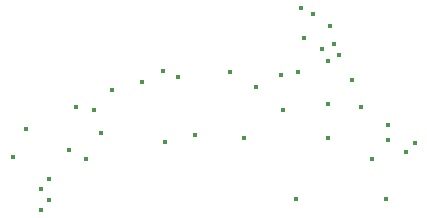
<source format=gbr>
%TF.GenerationSoftware,KiCad,Pcbnew,6.0.11-2627ca5db0~126~ubuntu20.04.1*%
%TF.CreationDate,2023-08-10T10:55:31+02:00*%
%TF.ProjectId,ScartPCB,53636172-7450-4434-922e-6b696361645f,2.0*%
%TF.SameCoordinates,PX76bb820PY7641700*%
%TF.FileFunction,Plated,1,4,PTH,Drill*%
%TF.FilePolarity,Positive*%
%FSLAX46Y46*%
G04 Gerber Fmt 4.6, Leading zero omitted, Abs format (unit mm)*
G04 Created by KiCad (PCBNEW 6.0.11-2627ca5db0~126~ubuntu20.04.1) date 2023-08-10 10:55:31*
%MOMM*%
%LPD*%
G01*
G04 APERTURE LIST*
%TA.AperFunction,ViaDrill*%
%ADD10C,0.400000*%
%TD*%
G04 APERTURE END LIST*
D10*
X3740767Y5902100D03*
X4841014Y8298785D03*
X6132200Y3248400D03*
X6132200Y1419600D03*
X6868800Y4112000D03*
X6868800Y2308600D03*
X8545200Y6523698D03*
X9129400Y10182600D03*
X9967600Y5788400D03*
X10678800Y9928600D03*
X11237600Y7998200D03*
X12177400Y11655800D03*
X14742800Y12290800D03*
X16470000Y13256000D03*
X16673200Y7240500D03*
X17740000Y12748000D03*
X19179206Y7807194D03*
X22148398Y13179800D03*
X23378800Y7541000D03*
X24366073Y11911398D03*
X26503000Y12875000D03*
X26630000Y9954000D03*
X27722200Y2359400D03*
X27900000Y13129000D03*
X28154000Y18590000D03*
X28458800Y15999200D03*
X29170000Y18082000D03*
X29957400Y15059400D03*
X30440000Y14094200D03*
X30490800Y10436600D03*
X30490800Y7515600D03*
X30592400Y17066000D03*
X30973400Y15491200D03*
X31379800Y14551400D03*
X32472000Y12494000D03*
X33234000Y10208000D03*
X34199200Y5813800D03*
X35342200Y2359400D03*
X35520000Y8684000D03*
X35520000Y7414000D03*
X37044000Y6398000D03*
X37806000Y7160000D03*
M02*

</source>
